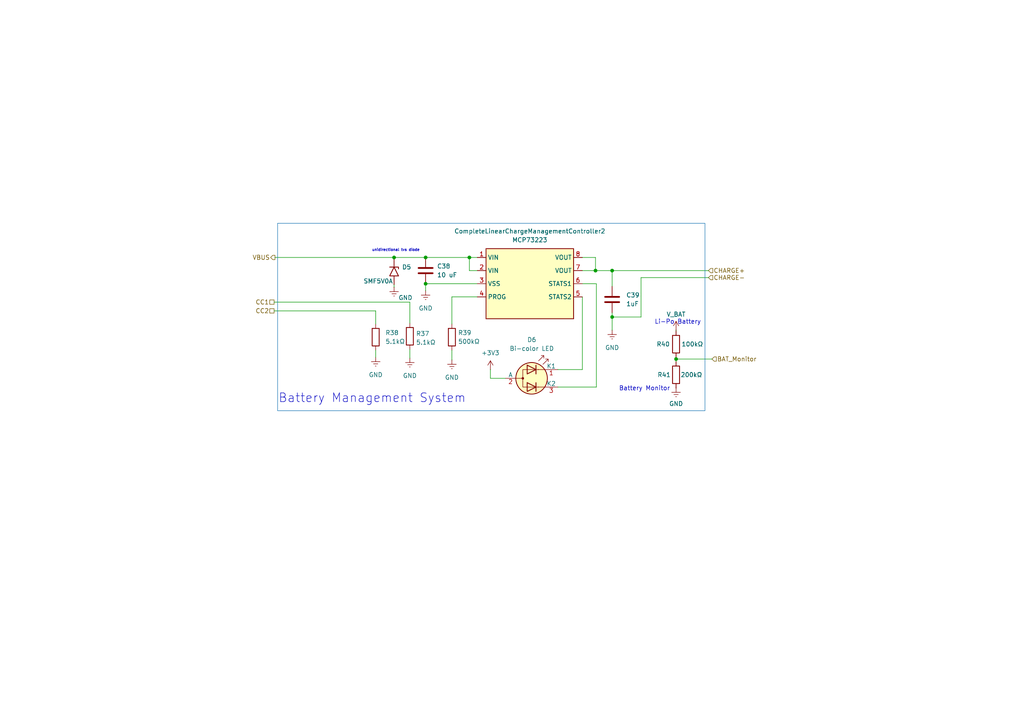
<source format=kicad_sch>
(kicad_sch
	(version 20250114)
	(generator "eeschema")
	(generator_version "9.0")
	(uuid "851e5aed-0c5a-4e88-b16c-a671625282e2")
	(paper "A4")
	
	(rectangle
		(start 80.518 64.77)
		(end 204.47 119.126)
		(stroke
			(width 0)
			(type solid)
			(color 33 122 182 1)
		)
		(fill
			(type none)
		)
		(uuid 8704cd92-f443-4e79-a041-008a7688c794)
	)
	(text "Battery Management System"
		(exclude_from_sim no)
		(at 107.95 115.57 0)
		(effects
			(font
				(size 2.54 2.54)
			)
		)
		(uuid "3d60230a-e814-4c26-86f8-4172fa174e42")
	)
	(text "unidirectional tvs diode"
		(exclude_from_sim no)
		(at 114.808 72.644 0)
		(effects
			(font
				(size 0.762 0.762)
			)
		)
		(uuid "54a5dadf-31c9-4f38-9938-5e36accbb12a")
	)
	(text "Battery Monitor"
		(exclude_from_sim no)
		(at 186.944 112.776 0)
		(effects
			(font
				(size 1.27 1.27)
			)
		)
		(uuid "6b656906-47ef-401b-9a0f-18f26ffda281")
	)
	(text "Li-Po Battery\n"
		(exclude_from_sim no)
		(at 196.596 93.472 0)
		(effects
			(font
				(size 1.27 1.27)
			)
		)
		(uuid "fff1504e-8a92-4150-b7b7-5ef1657c68c8")
	)
	(junction
		(at 123.444 82.296)
		(diameter 0)
		(color 0 0 0 0)
		(uuid "14d566f7-d433-4ac7-aa91-33cf9fbb27cb")
	)
	(junction
		(at 136.144 74.676)
		(diameter 0)
		(color 0 0 0 0)
		(uuid "306369e2-a8c0-4389-8672-f0240548a16e")
	)
	(junction
		(at 177.546 78.486)
		(diameter 0)
		(color 0 0 0 0)
		(uuid "4906696d-a939-45cc-bc3e-1b2f622270ec")
	)
	(junction
		(at 177.546 91.948)
		(diameter 0)
		(color 0 0 0 0)
		(uuid "7cd3222a-b999-401e-8710-38c1d43ab8f3")
	)
	(junction
		(at 123.444 74.676)
		(diameter 0)
		(color 0 0 0 0)
		(uuid "8d9e26f6-72ef-414f-b2c5-d191ddedcdb8")
	)
	(junction
		(at 114.3 74.676)
		(diameter 0)
		(color 0 0 0 0)
		(uuid "b202bcd2-57eb-42d0-89d3-29fabbb6ba51")
	)
	(junction
		(at 172.72 78.486)
		(diameter 0)
		(color 0 0 0 0)
		(uuid "c85b11ba-fe51-4679-b70d-47bd54dfe03a")
	)
	(junction
		(at 196.088 104.14)
		(diameter 0)
		(color 0 0 0 0)
		(uuid "d9381cd7-84c4-485b-b29c-ea0e91fee7bb")
	)
	(wire
		(pts
			(xy 185.928 80.518) (xy 185.928 91.948)
		)
		(stroke
			(width 0)
			(type default)
		)
		(uuid "04087303-aae0-42a5-bb4a-1bcdcdee497c")
	)
	(wire
		(pts
			(xy 168.91 74.676) (xy 172.72 74.676)
		)
		(stroke
			(width 0)
			(type default)
		)
		(uuid "08887813-bc42-4217-b472-0bddf2feb66f")
	)
	(wire
		(pts
			(xy 123.444 82.296) (xy 138.43 82.296)
		)
		(stroke
			(width 0)
			(type default)
		)
		(uuid "0de70c53-b9c9-4663-8e33-f78372cfd154")
	)
	(wire
		(pts
			(xy 196.088 103.632) (xy 196.088 104.14)
		)
		(stroke
			(width 0)
			(type default)
		)
		(uuid "109a5161-d87c-4750-8809-4cfde11b5962")
	)
	(wire
		(pts
			(xy 168.91 78.486) (xy 172.72 78.486)
		)
		(stroke
			(width 0)
			(type default)
		)
		(uuid "1109e019-87a6-4833-9819-90bf4b42f552")
	)
	(wire
		(pts
			(xy 118.872 87.63) (xy 118.872 93.726)
		)
		(stroke
			(width 0)
			(type default)
		)
		(uuid "15757e74-8f84-4d26-a1f9-ff8cab6448ff")
	)
	(wire
		(pts
			(xy 177.546 90.678) (xy 177.546 91.948)
		)
		(stroke
			(width 0)
			(type default)
		)
		(uuid "1751d791-49d4-4efe-8e30-42eb3f183245")
	)
	(wire
		(pts
			(xy 185.928 91.948) (xy 177.546 91.948)
		)
		(stroke
			(width 0)
			(type default)
		)
		(uuid "19e390b0-e44b-4634-bb6f-30cdd18f024e")
	)
	(wire
		(pts
			(xy 114.3 74.676) (xy 114.3 74.93)
		)
		(stroke
			(width 0)
			(type default)
		)
		(uuid "225b46ab-da15-46e7-90ca-789e0669b210")
	)
	(wire
		(pts
			(xy 172.974 82.296) (xy 172.974 112.268)
		)
		(stroke
			(width 0)
			(type default)
		)
		(uuid "2655a668-e691-458f-a4c7-f2958443d2c9")
	)
	(wire
		(pts
			(xy 177.546 78.486) (xy 205.486 78.486)
		)
		(stroke
			(width 0)
			(type default)
		)
		(uuid "328eaef3-471b-484d-bb79-4c0a03b6b533")
	)
	(wire
		(pts
			(xy 142.24 107.188) (xy 142.24 109.728)
		)
		(stroke
			(width 0)
			(type default)
		)
		(uuid "4b1921c4-e65e-406e-8d0a-274a137b2a54")
	)
	(wire
		(pts
			(xy 168.91 82.296) (xy 172.974 82.296)
		)
		(stroke
			(width 0)
			(type default)
		)
		(uuid "553ca810-516e-43e8-a8a3-83cc6afe1201")
	)
	(wire
		(pts
			(xy 114.3 83.312) (xy 114.3 82.55)
		)
		(stroke
			(width 0)
			(type default)
		)
		(uuid "5c43b31d-3c62-428b-92a1-cd2fae5f7acc")
	)
	(wire
		(pts
			(xy 161.798 112.268) (xy 172.974 112.268)
		)
		(stroke
			(width 0)
			(type default)
		)
		(uuid "62c80e7b-1d09-41b9-9662-f4539fb1a21d")
	)
	(wire
		(pts
			(xy 136.144 78.486) (xy 136.144 74.676)
		)
		(stroke
			(width 0)
			(type default)
		)
		(uuid "65a4363c-e32a-4dbd-9804-02968d081ecc")
	)
	(wire
		(pts
			(xy 196.088 104.14) (xy 196.088 104.902)
		)
		(stroke
			(width 0)
			(type default)
		)
		(uuid "672a9183-f81c-43e5-9261-c064b7ff87c7")
	)
	(wire
		(pts
			(xy 136.144 78.486) (xy 138.43 78.486)
		)
		(stroke
			(width 0)
			(type default)
		)
		(uuid "67930798-3f2e-480f-972b-a4761d30815f")
	)
	(wire
		(pts
			(xy 177.546 78.486) (xy 177.546 83.058)
		)
		(stroke
			(width 0)
			(type default)
		)
		(uuid "6d21f612-92b8-45b3-b181-421260784d48")
	)
	(wire
		(pts
			(xy 177.546 91.948) (xy 177.546 95.758)
		)
		(stroke
			(width 0)
			(type default)
		)
		(uuid "711e67d1-c378-46be-a996-82a27cb8564d")
	)
	(wire
		(pts
			(xy 172.72 78.486) (xy 177.546 78.486)
		)
		(stroke
			(width 0)
			(type default)
		)
		(uuid "717a9861-9d82-4902-9ef4-56b314a80a94")
	)
	(wire
		(pts
			(xy 206.502 104.14) (xy 196.088 104.14)
		)
		(stroke
			(width 0)
			(type default)
		)
		(uuid "7746fe0f-550d-463f-a0be-3b9259af797b")
	)
	(wire
		(pts
			(xy 79.502 90.17) (xy 108.966 90.17)
		)
		(stroke
			(width 0)
			(type default)
		)
		(uuid "78e83c00-da4e-4547-8379-b145c83e965f")
	)
	(wire
		(pts
			(xy 131.064 101.6) (xy 131.064 104.394)
		)
		(stroke
			(width 0)
			(type default)
		)
		(uuid "7915f54d-cd67-4adf-b439-92cf11fc1557")
	)
	(wire
		(pts
			(xy 108.966 90.17) (xy 108.966 93.98)
		)
		(stroke
			(width 0)
			(type default)
		)
		(uuid "853042d9-69a3-426a-9fa1-3a1280fe8b26")
	)
	(wire
		(pts
			(xy 123.444 82.296) (xy 123.444 84.328)
		)
		(stroke
			(width 0)
			(type default)
		)
		(uuid "85f491d9-2b05-401e-9c29-05d65e3c094f")
	)
	(wire
		(pts
			(xy 114.3 74.676) (xy 123.444 74.676)
		)
		(stroke
			(width 0)
			(type default)
		)
		(uuid "8a9114c1-693b-4020-a8bc-4218d5d3cca4")
	)
	(wire
		(pts
			(xy 138.43 86.106) (xy 131.064 86.106)
		)
		(stroke
			(width 0)
			(type default)
		)
		(uuid "8fe9858c-ba2f-4ab7-8bca-ff91b9269e6f")
	)
	(wire
		(pts
			(xy 142.24 109.728) (xy 146.558 109.728)
		)
		(stroke
			(width 0)
			(type default)
		)
		(uuid "9445f702-92a3-4ad2-aed8-05b5801feee6")
	)
	(wire
		(pts
			(xy 168.91 86.106) (xy 168.91 107.188)
		)
		(stroke
			(width 0)
			(type default)
		)
		(uuid "9454d986-db86-4155-9c0b-ee42382850d7")
	)
	(wire
		(pts
			(xy 161.798 107.188) (xy 168.91 107.188)
		)
		(stroke
			(width 0)
			(type default)
		)
		(uuid "a6061c33-2ccd-4fd7-85cd-0170a0f7e99e")
	)
	(wire
		(pts
			(xy 196.088 95.758) (xy 196.088 96.012)
		)
		(stroke
			(width 0)
			(type default)
		)
		(uuid "bdb0826e-4e1d-455a-ac3d-699462cc1208")
	)
	(wire
		(pts
			(xy 136.144 74.676) (xy 138.43 74.676)
		)
		(stroke
			(width 0)
			(type default)
		)
		(uuid "c1592456-b872-45ac-abb7-b1993a6d993e")
	)
	(wire
		(pts
			(xy 131.064 86.106) (xy 131.064 93.98)
		)
		(stroke
			(width 0)
			(type default)
		)
		(uuid "c5094d71-a0b8-458f-b4d0-a98f612c0b0f")
	)
	(wire
		(pts
			(xy 123.444 74.676) (xy 136.144 74.676)
		)
		(stroke
			(width 0)
			(type default)
		)
		(uuid "d0c93431-4ba9-4999-8db7-49e957c4a6bc")
	)
	(wire
		(pts
			(xy 79.502 87.63) (xy 118.872 87.63)
		)
		(stroke
			(width 0)
			(type default)
		)
		(uuid "d0d3c79f-0264-41fb-8426-6cd52915e9f8")
	)
	(wire
		(pts
			(xy 172.72 74.676) (xy 172.72 78.486)
		)
		(stroke
			(width 0)
			(type default)
		)
		(uuid "d570439d-50d6-4e2e-aab1-8df7b8d76acd")
	)
	(wire
		(pts
			(xy 79.756 74.676) (xy 114.3 74.676)
		)
		(stroke
			(width 0)
			(type default)
		)
		(uuid "d8898145-93a3-46ab-bac3-46ad8cc4af19")
	)
	(wire
		(pts
			(xy 205.486 80.518) (xy 185.928 80.518)
		)
		(stroke
			(width 0)
			(type default)
		)
		(uuid "df33d962-8dd8-4ac4-b3d5-dae7063ee913")
	)
	(wire
		(pts
			(xy 118.872 101.346) (xy 118.872 103.886)
		)
		(stroke
			(width 0)
			(type default)
		)
		(uuid "e0752b9a-abe1-46a8-aa28-b6d663ae8c3a")
	)
	(wire
		(pts
			(xy 108.966 101.6) (xy 108.966 103.632)
		)
		(stroke
			(width 0)
			(type default)
		)
		(uuid "ee788546-f83d-41c7-88a3-e093ee977d4a")
	)
	(hierarchical_label "CC2"
		(shape passive)
		(at 79.502 90.17 180)
		(effects
			(font
				(size 1.27 1.27)
			)
			(justify right)
		)
		(uuid "0d9340fe-3acd-4bef-bb23-b28ff1e85056")
	)
	(hierarchical_label "CHARGE-"
		(shape input)
		(at 205.486 80.518 0)
		(effects
			(font
				(size 1.27 1.27)
			)
			(justify left)
		)
		(uuid "23d0413d-0225-4453-9143-037658ec0b04")
	)
	(hierarchical_label "CC1"
		(shape passive)
		(at 79.502 87.63 180)
		(effects
			(font
				(size 1.27 1.27)
			)
			(justify right)
		)
		(uuid "2afe938b-1ee0-481e-ac3f-686de8d16083")
	)
	(hierarchical_label "VBUS"
		(shape output)
		(at 79.756 74.676 180)
		(effects
			(font
				(size 1.27 1.27)
			)
			(justify right)
		)
		(uuid "5edc7aea-b1f7-4a55-a007-8c085559967e")
	)
	(hierarchical_label "CHARGE+"
		(shape input)
		(at 205.486 78.486 0)
		(effects
			(font
				(size 1.27 1.27)
			)
			(justify left)
		)
		(uuid "89edcf97-26d6-4d71-b820-84a2e02bc041")
	)
	(hierarchical_label "BAT_Monitor"
		(shape input)
		(at 206.502 104.14 0)
		(effects
			(font
				(size 1.27 1.27)
			)
			(justify left)
		)
		(uuid "a6365e68-d0a2-4d56-8f8b-5fdafb367548")
	)
	(symbol
		(lib_id "power:GNDREF")
		(at 118.872 103.886 0)
		(unit 1)
		(exclude_from_sim no)
		(in_bom yes)
		(on_board yes)
		(dnp no)
		(fields_autoplaced yes)
		(uuid "0d5918b9-aa7b-40b1-8026-8620fe5b6dfe")
		(property "Reference" "#PWR098"
			(at 118.872 110.236 0)
			(effects
				(font
					(size 1.27 1.27)
				)
				(hide yes)
			)
		)
		(property "Value" "GND"
			(at 118.872 108.966 0)
			(effects
				(font
					(size 1.27 1.27)
				)
			)
		)
		(property "Footprint" ""
			(at 118.872 103.886 0)
			(effects
				(font
					(size 1.27 1.27)
				)
				(hide yes)
			)
		)
		(property "Datasheet" ""
			(at 118.872 103.886 0)
			(effects
				(font
					(size 1.27 1.27)
				)
				(hide yes)
			)
		)
		(property "Description" "Power symbol creates a global label with name \"GNDREF\" , reference supply ground"
			(at 118.872 103.886 0)
			(effects
				(font
					(size 1.27 1.27)
				)
				(hide yes)
			)
		)
		(pin "1"
			(uuid "61bad66c-7dcc-4768-9008-848d94ef6bdc")
		)
		(instances
			(project "Inoovatest"
				(path "/e09d161e-639f-4600-8aa9-665b6b461114/6ec3a5ee-e994-405e-b559-4ab4521fbf5e"
					(reference "#PWR098")
					(unit 1)
				)
			)
		)
	)
	(symbol
		(lib_id "Device:R")
		(at 118.872 97.536 0)
		(unit 1)
		(exclude_from_sim no)
		(in_bom yes)
		(on_board yes)
		(dnp no)
		(uuid "0e611e68-1cca-4f46-ae58-7cebc629b23c")
		(property "Reference" "R37"
			(at 120.65 96.774 0)
			(effects
				(font
					(size 1.27 1.27)
				)
				(justify left)
			)
		)
		(property "Value" "5.1kΩ"
			(at 120.65 99.314 0)
			(effects
				(font
					(size 1.27 1.27)
				)
				(justify left)
			)
		)
		(property "Footprint" ""
			(at 117.094 97.536 90)
			(effects
				(font
					(size 1.27 1.27)
				)
				(hide yes)
			)
		)
		(property "Datasheet" "~"
			(at 118.872 97.536 0)
			(effects
				(font
					(size 1.27 1.27)
				)
				(hide yes)
			)
		)
		(property "Description" "Resistor"
			(at 118.872 97.536 0)
			(effects
				(font
					(size 1.27 1.27)
				)
				(hide yes)
			)
		)
		(pin "1"
			(uuid "96db3be0-5ec7-469d-bfff-25be56fbce7d")
		)
		(pin "2"
			(uuid "676cd532-7ea0-42db-aa68-b2e277941d1a")
		)
		(instances
			(project "Inoovatest"
				(path "/e09d161e-639f-4600-8aa9-665b6b461114/6ec3a5ee-e994-405e-b559-4ab4521fbf5e"
					(reference "R37")
					(unit 1)
				)
			)
		)
	)
	(symbol
		(lib_id "Device:R")
		(at 196.088 108.712 0)
		(mirror y)
		(unit 1)
		(exclude_from_sim no)
		(in_bom yes)
		(on_board yes)
		(dnp no)
		(uuid "172dbfa5-2c10-4318-af0a-8adf20105e37")
		(property "Reference" "R41"
			(at 194.564 108.712 0)
			(effects
				(font
					(size 1.27 1.27)
				)
				(justify left)
			)
		)
		(property "Value" "200kΩ"
			(at 203.708 108.712 0)
			(effects
				(font
					(size 1.27 1.27)
				)
				(justify left)
			)
		)
		(property "Footprint" ""
			(at 197.866 108.712 90)
			(effects
				(font
					(size 1.27 1.27)
				)
				(hide yes)
			)
		)
		(property "Datasheet" "~"
			(at 196.088 108.712 0)
			(effects
				(font
					(size 1.27 1.27)
				)
				(hide yes)
			)
		)
		(property "Description" "Resistor"
			(at 196.088 108.712 0)
			(effects
				(font
					(size 1.27 1.27)
				)
				(hide yes)
			)
		)
		(pin "2"
			(uuid "13e4699f-7212-4564-a70d-674540c8cc11")
		)
		(pin "1"
			(uuid "244500e8-1ed5-4385-9aa3-0b4a16ff4520")
		)
		(instances
			(project "Inoovatest"
				(path "/e09d161e-639f-4600-8aa9-665b6b461114/6ec3a5ee-e994-405e-b559-4ab4521fbf5e"
					(reference "R41")
					(unit 1)
				)
			)
		)
	)
	(symbol
		(lib_id "power:GNDREF")
		(at 131.064 104.394 0)
		(unit 1)
		(exclude_from_sim no)
		(in_bom yes)
		(on_board yes)
		(dnp no)
		(fields_autoplaced yes)
		(uuid "1a5de973-5373-4628-a4f8-2e912f509511")
		(property "Reference" "#PWR099"
			(at 131.064 110.744 0)
			(effects
				(font
					(size 1.27 1.27)
				)
				(hide yes)
			)
		)
		(property "Value" "GND"
			(at 131.064 109.474 0)
			(effects
				(font
					(size 1.27 1.27)
				)
			)
		)
		(property "Footprint" ""
			(at 131.064 104.394 0)
			(effects
				(font
					(size 1.27 1.27)
				)
				(hide yes)
			)
		)
		(property "Datasheet" ""
			(at 131.064 104.394 0)
			(effects
				(font
					(size 1.27 1.27)
				)
				(hide yes)
			)
		)
		(property "Description" "Power symbol creates a global label with name \"GNDREF\" , reference supply ground"
			(at 131.064 104.394 0)
			(effects
				(font
					(size 1.27 1.27)
				)
				(hide yes)
			)
		)
		(pin "1"
			(uuid "db0e900d-7571-4112-bce0-164a7fd70a35")
		)
		(instances
			(project "Inoovatest"
				(path "/e09d161e-639f-4600-8aa9-665b6b461114/6ec3a5ee-e994-405e-b559-4ab4521fbf5e"
					(reference "#PWR099")
					(unit 1)
				)
			)
		)
	)
	(symbol
		(lib_id "power:GNDREF")
		(at 177.546 95.758 0)
		(unit 1)
		(exclude_from_sim no)
		(in_bom yes)
		(on_board yes)
		(dnp no)
		(uuid "1f0d226c-42b1-4eaa-9a1a-847674560d4f")
		(property "Reference" "#PWR094"
			(at 177.546 102.108 0)
			(effects
				(font
					(size 1.27 1.27)
				)
				(hide yes)
			)
		)
		(property "Value" "GND"
			(at 177.546 100.838 0)
			(effects
				(font
					(size 1.27 1.27)
				)
			)
		)
		(property "Footprint" ""
			(at 177.546 95.758 0)
			(effects
				(font
					(size 1.27 1.27)
				)
				(hide yes)
			)
		)
		(property "Datasheet" ""
			(at 177.546 95.758 0)
			(effects
				(font
					(size 1.27 1.27)
				)
				(hide yes)
			)
		)
		(property "Description" "Power symbol creates a global label with name \"GNDREF\" , reference supply ground"
			(at 177.546 95.758 0)
			(effects
				(font
					(size 1.27 1.27)
				)
				(hide yes)
			)
		)
		(pin "1"
			(uuid "c7280c56-89af-46a8-a756-81b5c735facd")
		)
		(instances
			(project "Inoovatest"
				(path "/e09d161e-639f-4600-8aa9-665b6b461114/6ec3a5ee-e994-405e-b559-4ab4521fbf5e"
					(reference "#PWR094")
					(unit 1)
				)
			)
		)
	)
	(symbol
		(lib_id "Device:C")
		(at 177.546 86.868 0)
		(unit 1)
		(exclude_from_sim no)
		(in_bom yes)
		(on_board yes)
		(dnp no)
		(fields_autoplaced yes)
		(uuid "25cc8d0b-2488-4ea6-8d3a-629a5dba46f1")
		(property "Reference" "C39"
			(at 181.61 85.5979 0)
			(effects
				(font
					(size 1.27 1.27)
				)
				(justify left)
			)
		)
		(property "Value" "1uF"
			(at 181.61 88.1379 0)
			(effects
				(font
					(size 1.27 1.27)
				)
				(justify left)
			)
		)
		(property "Footprint" ""
			(at 178.5112 90.678 0)
			(effects
				(font
					(size 1.27 1.27)
				)
				(hide yes)
			)
		)
		(property "Datasheet" "~"
			(at 177.546 86.868 0)
			(effects
				(font
					(size 1.27 1.27)
				)
				(hide yes)
			)
		)
		(property "Description" "Unpolarized capacitor"
			(at 177.546 86.868 0)
			(effects
				(font
					(size 1.27 1.27)
				)
				(hide yes)
			)
		)
		(pin "1"
			(uuid "74b1c6c1-6859-47f3-89ea-e577855d9f95")
		)
		(pin "2"
			(uuid "2b0c1698-301c-426c-9084-cadde8fd72f0")
		)
		(instances
			(project "Inoovatest"
				(path "/e09d161e-639f-4600-8aa9-665b6b461114/6ec3a5ee-e994-405e-b559-4ab4521fbf5e"
					(reference "C39")
					(unit 1)
				)
			)
		)
	)
	(symbol
		(lib_id "Battery_Management:LGS5500EP")
		(at 153.67 82.296 0)
		(unit 1)
		(exclude_from_sim no)
		(in_bom yes)
		(on_board yes)
		(dnp no)
		(fields_autoplaced yes)
		(uuid "28bfdb9f-0d7f-4399-8542-f8af43b28ce5")
		(property "Reference" "CompleteLinearChargeManagementController2"
			(at 153.67 67.056 0)
			(effects
				(font
					(size 1.27 1.27)
				)
			)
		)
		(property "Value" "MCP73223"
			(at 153.67 69.596 0)
			(effects
				(font
					(size 1.27 1.27)
				)
			)
		)
		(property "Footprint" "Package_SO:SOIC-8-1EP_3.9x4.9mm_P1.27mm_EP2.41x3.3mm"
			(at 153.416 112.268 0)
			(effects
				(font
					(size 1.27 1.27)
				)
				(hide yes)
			)
		)
		(property "Datasheet" "https://www.lcsc.com/datasheet/lcsc_datasheet_2304071430_Legend-Si-LGS5500EP_C5280699.pdf"
			(at 153.924 107.95 0)
			(effects
				(font
					(size 1.27 1.27)
				)
				(hide yes)
			)
		)
		(property "Description" "LiPo charger and 5V boost converter, 4.5-5.5V input, 4.2-4.4V battery, 400-1000mA charge current, 800mA boost output, SOIC-8-1EP"
			(at 153.67 110.236 0)
			(effects
				(font
					(size 1.27 1.27)
				)
				(hide yes)
			)
		)
		(pin "5"
			(uuid "2a76df80-7695-42cf-b74b-0bd9698029cb")
		)
		(pin "4"
			(uuid "0f9accc2-d8f8-4e71-a7a2-1fbf57bb39a9")
		)
		(pin "3"
			(uuid "f6320e05-5ecd-4b2d-9036-fabeac5a5f19")
		)
		(pin "7"
			(uuid "1e104d5a-2e3f-4b63-b3e4-f2f388948c12")
		)
		(pin "1"
			(uuid "f39b25fd-9370-44e7-ba32-274613cdd7d2")
		)
		(pin "6"
			(uuid "fed47702-5471-4507-943a-4789993a0442")
		)
		(pin "6"
			(uuid "57975d3a-42fb-4656-8467-8349ccb6133c")
		)
		(pin "2"
			(uuid "c4944fe3-ff73-4ecc-825f-674ca2798b1a")
		)
		(pin "8"
			(uuid "1ce93b34-cef1-4184-94ac-ed553becd3af")
		)
		(instances
			(project "Inoovatest"
				(path "/e09d161e-639f-4600-8aa9-665b6b461114/6ec3a5ee-e994-405e-b559-4ab4521fbf5e"
					(reference "CompleteLinearChargeManagementController2")
					(unit 1)
				)
			)
		)
	)
	(symbol
		(lib_id "power:GNDREF")
		(at 108.966 103.632 0)
		(unit 1)
		(exclude_from_sim no)
		(in_bom yes)
		(on_board yes)
		(dnp no)
		(fields_autoplaced yes)
		(uuid "2b8b2c08-3dfc-48b3-b306-2136cbb122e2")
		(property "Reference" "#PWR097"
			(at 108.966 109.982 0)
			(effects
				(font
					(size 1.27 1.27)
				)
				(hide yes)
			)
		)
		(property "Value" "GND"
			(at 108.966 108.712 0)
			(effects
				(font
					(size 1.27 1.27)
				)
			)
		)
		(property "Footprint" ""
			(at 108.966 103.632 0)
			(effects
				(font
					(size 1.27 1.27)
				)
				(hide yes)
			)
		)
		(property "Datasheet" ""
			(at 108.966 103.632 0)
			(effects
				(font
					(size 1.27 1.27)
				)
				(hide yes)
			)
		)
		(property "Description" "Power symbol creates a global label with name \"GNDREF\" , reference supply ground"
			(at 108.966 103.632 0)
			(effects
				(font
					(size 1.27 1.27)
				)
				(hide yes)
			)
		)
		(pin "1"
			(uuid "da00e784-db1f-4ad1-b1d8-e22445b01f3e")
		)
		(instances
			(project "Inoovatest"
				(path "/e09d161e-639f-4600-8aa9-665b6b461114/6ec3a5ee-e994-405e-b559-4ab4521fbf5e"
					(reference "#PWR097")
					(unit 1)
				)
			)
		)
	)
	(symbol
		(lib_id "power:VCC")
		(at 196.088 95.758 0)
		(mirror y)
		(unit 1)
		(exclude_from_sim no)
		(in_bom yes)
		(on_board yes)
		(dnp no)
		(fields_autoplaced yes)
		(uuid "45ff9e80-021d-4510-8959-95e1f3770752")
		(property "Reference" "#PWR095"
			(at 196.088 99.568 0)
			(effects
				(font
					(size 1.27 1.27)
				)
				(hide yes)
			)
		)
		(property "Value" "V_BAT"
			(at 196.088 91.186 0)
			(effects
				(font
					(size 1.27 1.27)
				)
			)
		)
		(property "Footprint" ""
			(at 196.088 95.758 0)
			(effects
				(font
					(size 1.27 1.27)
				)
				(hide yes)
			)
		)
		(property "Datasheet" ""
			(at 196.088 95.758 0)
			(effects
				(font
					(size 1.27 1.27)
				)
				(hide yes)
			)
		)
		(property "Description" "Power symbol creates a global label with name \"VCC\""
			(at 196.088 95.758 0)
			(effects
				(font
					(size 1.27 1.27)
				)
				(hide yes)
			)
		)
		(pin "1"
			(uuid "ee6a6cfd-e73b-4be5-a123-35d3d2a0c384")
		)
		(instances
			(project "Inoovatest"
				(path "/e09d161e-639f-4600-8aa9-665b6b461114/6ec3a5ee-e994-405e-b559-4ab4521fbf5e"
					(reference "#PWR095")
					(unit 1)
				)
			)
		)
	)
	(symbol
		(lib_id "Diode:SMF5V0A")
		(at 114.3 78.74 270)
		(unit 1)
		(exclude_from_sim no)
		(in_bom yes)
		(on_board yes)
		(dnp no)
		(uuid "4c2afc26-a5bc-4b96-88c1-b6febe32945e")
		(property "Reference" "D5"
			(at 116.586 77.4699 90)
			(effects
				(font
					(size 1.27 1.27)
				)
				(justify left)
			)
		)
		(property "Value" "SMF5V0A"
			(at 105.41 81.534 90)
			(effects
				(font
					(size 1.27 1.27)
				)
				(justify left)
			)
		)
		(property "Footprint" "Diode_SMD:D_SMF"
			(at 109.22 78.74 0)
			(effects
				(font
					(size 1.27 1.27)
				)
				(hide yes)
			)
		)
		(property "Datasheet" "https://www.vishay.com/doc?85881"
			(at 114.3 77.47 0)
			(effects
				(font
					(size 1.27 1.27)
				)
				(hide yes)
			)
		)
		(property "Description" "200W unidirectional Transil Transient Voltage Suppressor, 5Vrwm, SMF"
			(at 114.3 78.74 0)
			(effects
				(font
					(size 1.27 1.27)
				)
				(hide yes)
			)
		)
		(pin "2"
			(uuid "289b2438-3c4c-4d05-bdf5-f6fd1fbe4a08")
		)
		(pin "1"
			(uuid "befa472c-1e42-4927-9039-bdbff8446435")
		)
		(instances
			(project "Inoovatest"
				(path "/e09d161e-639f-4600-8aa9-665b6b461114/6ec3a5ee-e994-405e-b559-4ab4521fbf5e"
					(reference "D5")
					(unit 1)
				)
			)
		)
	)
	(symbol
		(lib_id "power:GNDREF")
		(at 123.444 84.328 0)
		(unit 1)
		(exclude_from_sim no)
		(in_bom yes)
		(on_board yes)
		(dnp no)
		(fields_autoplaced yes)
		(uuid "555345a6-2e14-4f7a-8cc3-42a20ba58cd3")
		(property "Reference" "#PWR093"
			(at 123.444 90.678 0)
			(effects
				(font
					(size 1.27 1.27)
				)
				(hide yes)
			)
		)
		(property "Value" "GND"
			(at 123.444 89.408 0)
			(effects
				(font
					(size 1.27 1.27)
				)
			)
		)
		(property "Footprint" ""
			(at 123.444 84.328 0)
			(effects
				(font
					(size 1.27 1.27)
				)
				(hide yes)
			)
		)
		(property "Datasheet" ""
			(at 123.444 84.328 0)
			(effects
				(font
					(size 1.27 1.27)
				)
				(hide yes)
			)
		)
		(property "Description" "Power symbol creates a global label with name \"GNDREF\" , reference supply ground"
			(at 123.444 84.328 0)
			(effects
				(font
					(size 1.27 1.27)
				)
				(hide yes)
			)
		)
		(pin "1"
			(uuid "893e47fe-0645-4409-9135-bb13d3ca6cca")
		)
		(instances
			(project "Inoovatest"
				(path "/e09d161e-639f-4600-8aa9-665b6b461114/6ec3a5ee-e994-405e-b559-4ab4521fbf5e"
					(reference "#PWR093")
					(unit 1)
				)
			)
		)
	)
	(symbol
		(lib_id "Device:LED_Dual_KAK")
		(at 154.178 109.728 0)
		(unit 1)
		(exclude_from_sim no)
		(in_bom yes)
		(on_board yes)
		(dnp no)
		(fields_autoplaced yes)
		(uuid "569e6c77-32f7-4a75-af19-19d349a3dd71")
		(property "Reference" "D6"
			(at 154.2415 98.552 0)
			(effects
				(font
					(size 1.27 1.27)
				)
			)
		)
		(property "Value" "Bi-color LED"
			(at 154.2415 101.092 0)
			(effects
				(font
					(size 1.27 1.27)
				)
			)
		)
		(property "Footprint" ""
			(at 155.448 109.728 0)
			(effects
				(font
					(size 1.27 1.27)
				)
				(hide yes)
			)
		)
		(property "Datasheet" "~"
			(at 155.448 109.728 0)
			(effects
				(font
					(size 1.27 1.27)
				)
				(hide yes)
			)
		)
		(property "Description" "Dual LED, common anode on pin 2"
			(at 154.178 109.728 0)
			(effects
				(font
					(size 1.27 1.27)
				)
				(hide yes)
			)
		)
		(pin "2"
			(uuid "3f964030-c5c7-4811-9575-2960d526d2f9")
		)
		(pin "1"
			(uuid "83f9668b-61eb-49e1-af27-c05c168461db")
		)
		(pin "3"
			(uuid "0c37c6ce-f6eb-4b0b-bd70-068d7519082e")
		)
		(instances
			(project "Inoovatest"
				(path "/e09d161e-639f-4600-8aa9-665b6b461114/6ec3a5ee-e994-405e-b559-4ab4521fbf5e"
					(reference "D6")
					(unit 1)
				)
			)
		)
	)
	(symbol
		(lib_id "Device:R")
		(at 196.088 99.822 0)
		(mirror y)
		(unit 1)
		(exclude_from_sim no)
		(in_bom yes)
		(on_board yes)
		(dnp no)
		(uuid "6ad7da34-d601-463a-b267-61bcf6253881")
		(property "Reference" "R40"
			(at 194.31 99.822 0)
			(effects
				(font
					(size 1.27 1.27)
				)
				(justify left)
			)
		)
		(property "Value" "100kΩ"
			(at 203.962 99.822 0)
			(effects
				(font
					(size 1.27 1.27)
				)
				(justify left)
			)
		)
		(property "Footprint" ""
			(at 197.866 99.822 90)
			(effects
				(font
					(size 1.27 1.27)
				)
				(hide yes)
			)
		)
		(property "Datasheet" "~"
			(at 196.088 99.822 0)
			(effects
				(font
					(size 1.27 1.27)
				)
				(hide yes)
			)
		)
		(property "Description" "Resistor"
			(at 196.088 99.822 0)
			(effects
				(font
					(size 1.27 1.27)
				)
				(hide yes)
			)
		)
		(pin "1"
			(uuid "a2c6d20a-c9de-4783-950c-8d4f2057b0d6")
		)
		(pin "2"
			(uuid "21f504a9-2349-419a-8d3b-7f96b13251ab")
		)
		(instances
			(project "Inoovatest"
				(path "/e09d161e-639f-4600-8aa9-665b6b461114/6ec3a5ee-e994-405e-b559-4ab4521fbf5e"
					(reference "R40")
					(unit 1)
				)
			)
		)
	)
	(symbol
		(lib_id "power:GNDREF")
		(at 196.088 112.522 0)
		(mirror y)
		(unit 1)
		(exclude_from_sim no)
		(in_bom yes)
		(on_board yes)
		(dnp no)
		(uuid "6e516be7-8db5-407a-8d1e-e3417764e2f7")
		(property "Reference" "#PWR0172"
			(at 196.088 118.872 0)
			(effects
				(font
					(size 1.27 1.27)
				)
				(hide yes)
			)
		)
		(property "Value" "GND"
			(at 196.088 117.094 0)
			(effects
				(font
					(size 1.27 1.27)
				)
			)
		)
		(property "Footprint" ""
			(at 196.088 112.522 0)
			(effects
				(font
					(size 1.27 1.27)
				)
				(hide yes)
			)
		)
		(property "Datasheet" ""
			(at 196.088 112.522 0)
			(effects
				(font
					(size 1.27 1.27)
				)
				(hide yes)
			)
		)
		(property "Description" "Power symbol creates a global label with name \"GNDREF\" , reference supply ground"
			(at 196.088 112.522 0)
			(effects
				(font
					(size 1.27 1.27)
				)
				(hide yes)
			)
		)
		(pin "1"
			(uuid "c31f543c-f416-4959-a671-b0672744545b")
		)
		(instances
			(project "Inoovatest"
				(path "/e09d161e-639f-4600-8aa9-665b6b461114/6ec3a5ee-e994-405e-b559-4ab4521fbf5e"
					(reference "#PWR0172")
					(unit 1)
				)
			)
		)
	)
	(symbol
		(lib_id "Device:R")
		(at 108.966 97.79 0)
		(unit 1)
		(exclude_from_sim no)
		(in_bom yes)
		(on_board yes)
		(dnp no)
		(fields_autoplaced yes)
		(uuid "8c910138-194c-42e9-a441-885a23346f98")
		(property "Reference" "R38"
			(at 111.76 96.5199 0)
			(effects
				(font
					(size 1.27 1.27)
				)
				(justify left)
			)
		)
		(property "Value" "5.1kΩ"
			(at 111.76 99.0599 0)
			(effects
				(font
					(size 1.27 1.27)
				)
				(justify left)
			)
		)
		(property "Footprint" ""
			(at 107.188 97.79 90)
			(effects
				(font
					(size 1.27 1.27)
				)
				(hide yes)
			)
		)
		(property "Datasheet" "~"
			(at 108.966 97.79 0)
			(effects
				(font
					(size 1.27 1.27)
				)
				(hide yes)
			)
		)
		(property "Description" "Resistor"
			(at 108.966 97.79 0)
			(effects
				(font
					(size 1.27 1.27)
				)
				(hide yes)
			)
		)
		(pin "1"
			(uuid "9febf8d9-dac5-4cd4-bd87-b25469d11ad5")
		)
		(pin "2"
			(uuid "4980eabe-21bc-47f9-9e12-d92a0e934f23")
		)
		(instances
			(project "Inoovatest"
				(path "/e09d161e-639f-4600-8aa9-665b6b461114/6ec3a5ee-e994-405e-b559-4ab4521fbf5e"
					(reference "R38")
					(unit 1)
				)
			)
		)
	)
	(symbol
		(lib_id "Device:C")
		(at 123.444 78.486 0)
		(unit 1)
		(exclude_from_sim no)
		(in_bom yes)
		(on_board yes)
		(dnp no)
		(fields_autoplaced yes)
		(uuid "94fc22a8-9f45-4a34-ba2f-5f8ad5cb99bf")
		(property "Reference" "C38"
			(at 126.746 77.2159 0)
			(effects
				(font
					(size 1.27 1.27)
				)
				(justify left)
			)
		)
		(property "Value" "10 uF"
			(at 126.746 79.7559 0)
			(effects
				(font
					(size 1.27 1.27)
				)
				(justify left)
			)
		)
		(property "Footprint" ""
			(at 124.4092 82.296 0)
			(effects
				(font
					(size 1.27 1.27)
				)
				(hide yes)
			)
		)
		(property "Datasheet" "~"
			(at 123.444 78.486 0)
			(effects
				(font
					(size 1.27 1.27)
				)
				(hide yes)
			)
		)
		(property "Description" "Unpolarized capacitor"
			(at 123.444 78.486 0)
			(effects
				(font
					(size 1.27 1.27)
				)
				(hide yes)
			)
		)
		(pin "1"
			(uuid "8ba482d7-b29e-4714-9440-bd2b3402d173")
		)
		(pin "2"
			(uuid "9c0febce-43ff-4aa3-b288-03ffdca23571")
		)
		(instances
			(project "Inoovatest"
				(path "/e09d161e-639f-4600-8aa9-665b6b461114/6ec3a5ee-e994-405e-b559-4ab4521fbf5e"
					(reference "C38")
					(unit 1)
				)
			)
		)
	)
	(symbol
		(lib_id "power:VCC")
		(at 142.24 107.188 0)
		(unit 1)
		(exclude_from_sim no)
		(in_bom yes)
		(on_board yes)
		(dnp no)
		(fields_autoplaced yes)
		(uuid "a0cb8a65-1b52-4ae9-a0f3-80ee744e8f74")
		(property "Reference" "#PWR0100"
			(at 142.24 110.998 0)
			(effects
				(font
					(size 1.27 1.27)
				)
				(hide yes)
			)
		)
		(property "Value" "+3V3"
			(at 142.24 102.362 0)
			(effects
				(font
					(size 1.27 1.27)
				)
			)
		)
		(property "Footprint" ""
			(at 142.24 107.188 0)
			(effects
				(font
					(size 1.27 1.27)
				)
				(hide yes)
			)
		)
		(property "Datasheet" ""
			(at 142.24 107.188 0)
			(effects
				(font
					(size 1.27 1.27)
				)
				(hide yes)
			)
		)
		(property "Description" "Power symbol creates a global label with name \"VCC\""
			(at 142.24 107.188 0)
			(effects
				(font
					(size 1.27 1.27)
				)
				(hide yes)
			)
		)
		(pin "1"
			(uuid "5a1bab40-053c-485b-8263-105b645ae715")
		)
		(instances
			(project "Inoovatest"
				(path "/e09d161e-639f-4600-8aa9-665b6b461114/6ec3a5ee-e994-405e-b559-4ab4521fbf5e"
					(reference "#PWR0100")
					(unit 1)
				)
			)
		)
	)
	(symbol
		(lib_id "Device:R")
		(at 131.064 97.79 0)
		(unit 1)
		(exclude_from_sim no)
		(in_bom yes)
		(on_board yes)
		(dnp no)
		(fields_autoplaced yes)
		(uuid "b28e6df8-30dd-4cf1-ae87-7d8bb9944cd7")
		(property "Reference" "R39"
			(at 132.842 96.5199 0)
			(effects
				(font
					(size 1.27 1.27)
				)
				(justify left)
			)
		)
		(property "Value" "500kΩ"
			(at 132.842 99.0599 0)
			(effects
				(font
					(size 1.27 1.27)
				)
				(justify left)
			)
		)
		(property "Footprint" ""
			(at 129.286 97.79 90)
			(effects
				(font
					(size 1.27 1.27)
				)
				(hide yes)
			)
		)
		(property "Datasheet" "~"
			(at 131.064 97.79 0)
			(effects
				(font
					(size 1.27 1.27)
				)
				(hide yes)
			)
		)
		(property "Description" "Resistor"
			(at 131.064 97.79 0)
			(effects
				(font
					(size 1.27 1.27)
				)
				(hide yes)
			)
		)
		(pin "1"
			(uuid "aba54b76-d4e6-435b-ad11-d7efb7bbe718")
		)
		(pin "2"
			(uuid "a5eec516-e03c-43a3-bbd3-3c41f8ed2cf5")
		)
		(instances
			(project "Inoovatest"
				(path "/e09d161e-639f-4600-8aa9-665b6b461114/6ec3a5ee-e994-405e-b559-4ab4521fbf5e"
					(reference "R39")
					(unit 1)
				)
			)
		)
	)
	(symbol
		(lib_id "power:GNDREF")
		(at 114.3 83.312 0)
		(unit 1)
		(exclude_from_sim no)
		(in_bom yes)
		(on_board yes)
		(dnp no)
		(uuid "bdc9bb93-edd9-4134-bd3b-c8ef7d8ba43c")
		(property "Reference" "#PWR092"
			(at 114.3 89.662 0)
			(effects
				(font
					(size 1.27 1.27)
				)
				(hide yes)
			)
		)
		(property "Value" "GND"
			(at 117.602 86.36 0)
			(effects
				(font
					(size 1.27 1.27)
				)
			)
		)
		(property "Footprint" ""
			(at 114.3 83.312 0)
			(effects
				(font
					(size 1.27 1.27)
				)
				(hide yes)
			)
		)
		(property "Datasheet" ""
			(at 114.3 83.312 0)
			(effects
				(font
					(size 1.27 1.27)
				)
				(hide yes)
			)
		)
		(property "Description" "Power symbol creates a global label with name \"GNDREF\" , reference supply ground"
			(at 114.3 83.312 0)
			(effects
				(font
					(size 1.27 1.27)
				)
				(hide yes)
			)
		)
		(pin "1"
			(uuid "8a7ad95a-4923-40bf-9679-5984c2fcb719")
		)
		(instances
			(project "Inoovatest"
				(path "/e09d161e-639f-4600-8aa9-665b6b461114/6ec3a5ee-e994-405e-b559-4ab4521fbf5e"
					(reference "#PWR092")
					(unit 1)
				)
			)
		)
	)
)
3e57-499c-99d0-1a494ee50d88")
		(property "Reference" "#PWR096"
			(at 93.726 109.728 0)
			(effects
				(font
					(size 1.27 1.27)
				)
				(hide yes)
			)
		)
		(property "Value" "GND"
			(at 93.726 107.95 0)
			(effects
				(font
					(size 1.27 1.27)
				)
			)
		)
		(property "Footprint" ""
			(at 93.726 103.378 0)
			(effects
				(font
					(size 1.27 1.27)
				)
				(hide yes)
			)
		)
		(property "Datasheet" ""
			(at 93.726 103.378 0)
			(effects
				(font
					(size 1.27 1.27)
				)
				(hide yes)
			)
		)
		(property "Description" "Power symbol creates a global label with name \"GNDREF\" , reference supply ground"
			(at 93.726 103.378 0)
			(effects
				(font
					(size 1.27 1.27)
				)
				(hide yes)
			)
		)
		(pin "1"
			(uuid "a0c6fced-6e4e-4356-8d52-6ebc34168f6a")
		)
		(instances
			(project "Inoovatest"
				(path "/e09d161e-639f-4600-8aa9-665b6b461114/6ec3a5ee-e994-405e-b559-4ab4521fbf5e"
					(reference "#PWR096")
					(unit 1)
				)
			)
		)
	)
	(symbol
		(lib_id "power:GNDREF")
		(at 196.088 112.522 0)
		(mirror y)
		(unit 1)
		(exclude_from_sim no)
		(in_bom yes)
		(on_board yes)
		(dnp no)
		(uuid "6e516be7-8db5-407a-8d1e-e3417764e2f7")
		(property "Reference" "#PWR0172"
			(at 196.088 118.872 0)
			(effects
				(font
					(size 1.27 1.27)
				)
				(hide yes)
			)
		)
		(property "Value" "GND"
			(at 196.088 117.094 0)
			(effects
				(font
					(size 1.27 1.27)
				)
			)
		)
		(property "Footprint" ""
			(at 196.088 112.522 0)
			(effects
				(font
					(size 1.27 1.27)
				)
				(hide yes)
			)
		)
		(property "Datasheet" ""
			(at 196.088 112.522 0)
			(effects
				(font
					(size 1.27 1.27)
				)
				(hide yes)
			)
		)
		(property "Description" "Power symbol creates a global label with name \"GNDREF\" , reference supply ground"
			(at 196.088 112.522 0)
			(effects
				(font
					(size 1.27 1.27)
				)
				(hide yes)
			)
		)
		(pin "1"
			(uuid "c31f543c-f416-4959-a671-b0672744545b")
		)
		(instances
			(project "Inoovatest"
				(path "/e09d161e-639f-4600-8aa9-665b6b461114/6ec3a5ee-e994-405e-b559-4ab4521fbf5e"
					(reference "#PWR0172")
					(unit 1)
				)
			)
		)
	)
	(symbol
		(lib_id "Connector:USB_C_Receptacle_PowerOnly_6P")
		(at 93.726 82.296 0)
		(unit 1)
		(exclude_from_sim no)
		(in_bom yes)
		(on_board yes)
		(dnp no)
		(uuid "88322052-ac48-4fa5-8b61-dd4edb41544a")
		(property "Reference" "J4"
			(at 93.726 65.786 0)
			(effects
				(font
					(size 1.27 1.27)
				)
			)
		)
		(property "Value" "USB_C Charging port"
			(at 93.472 67.818 0)
			(effects
				(font
					(size 1.27 1.27)
				)
			)
		)
		(property "Footprint" ""
			(at 97.536 79.756 0)
			(effects
				(font
					(size 1.27 1.27)
				)
				(hide yes)
			)
		)
		(property "Datasheet" "https://www.usb.org/sites/default/files/documents/usb_type-c.zip"
			(at 93.726 82.296 0)
			(effects
				(font
					(size 1.27 1.27)
				)
				(hide yes)
			)
		)
		(property "Description" "USB Power-Only 6P Type-C Receptacle connector"
			(at 93.726 82.296 0)
			(effects
				(font
					(size 1.27 1.27)
				)
				(hide yes)
			)
		)
		(pin "B12"
			(uuid "2fa1c543-a24a-4d09-8eb4-7014d74ab9e3")
		)
		(pin "S1"
			(uuid "c939459f-28e6-4824-9358-96ccc5f7b372")
		)
		(pin "B5"
			(uuid "90bbca85-7c31-4bb0-90b1-9bfae320ba1b")
		)
		(pin "A5"
			(uuid "0ded1736-6d64-42cb-872f-13d37585dc05")
		)
		(pin "A12"
			(uuid "02e215f6-ab10-4db7-8ce3-6fa784c25c13")
		)
		(pin "B9"
			(uuid "35db01d5-46eb-4f86-a04e-c2da38d6db34")
		)
		(pin "A9"
			(uuid "d021c945-6a77-4448-b768-9da6d4ef89c2")
		)
		(instances
			(project "Inoovatest"
				(path "/e09d161e-639f-4600-8aa9-665b6b461114/6ec3a5ee-e994-405e-b559-4ab4521fbf5e"
					(reference "J4")
					(unit 1)
				)
			)
		)
	)
	(symbol
		(lib_id "Device:R")
		(at 108.966 97.79 0)
		(unit 1)
		(exclude_from_sim no)
		(in_bom yes)
		(on_board yes)
		(dnp no)
		(fields_autoplaced yes)
		(uuid "8c910138-194c-42e9-a441-885a23346f98")
		(property "Reference" "R38"
			(at 111.76 96.5199 0)
			(effects
				(font
					(size 1.27 1.27)
				)
				(justify left)
			)
		)
		(property "Value" "5.1kΩ"
			(at 111.76 99.0599 0)
			(effects
				(font
					(size 1.27 1.27)
				)
				(justify left)
			)
		)
		(property "Footprint" ""
			(at 107.188 97.79 90)
			(effects
				(font
					(size 1.27 1.27)
				)
				(hide yes)
			)
		)
		(property "Datasheet" "~"
			(at 108.966 97.79 0)
			(effects
				(font
					(size 1.27 1.27)
				)
				(hide yes)
			)
		)
		(property "Description" "Resistor"
			(at 108.966 97.79 0)
			(effects
				(font
					(size 1.27 1.27)
				)
				(hide yes)
			)
		)
		(pin "1"
			(uuid "9febf8d9-dac5-4cd4-bd87-b25469d11ad5")
		)
		(pin "2"
			(uuid "4980eabe-21bc-47f9-9e12-d92a0e934f23")
		)
		(instances
			(project "Inoovatest"
				(path "/e09d161e-639f-4600-8aa9-665b6b461114/6ec3a5ee-e994-405e-b559-4ab4521fbf5e"
					(reference "R38")
					(unit 1)
				)
			)
		)
	)
	(symbol
		(lib_id "Device:C")
		(at 123.444 78.486 0)
		(unit 1)
		(exclude_from_sim no)
		(in_bom yes)
		(on_board yes)
		(dnp no)
		(fields_autoplaced yes)
		(uuid "94fc22a8-9f45-4a34-ba2f-5f8ad5cb99bf")
		(property "Reference" "C38"
			(at 126.746 77.2159 0)
			(effects
				(font
					(size 1.27 1.27)
				)
				(justify left)
			)
		)
		(property "Value" "10 uF"
			(at 126.746 79.7559 0)
			(effects
				(font
					(size 1.27 1.27)
				)
				(justify left)
			)
		)
		(property "Footprint" ""
			(at 124.4092 82.296 0)
			(effects
				(font
					(size 1.27 1.27)
				)
				(hide yes)
			)
		)
		(property "Datasheet" "~"
			(at 123.444 78.486 0)
			(effects
				(font
					(size 1.27 1.27)
				)
				(hide yes)
			)
		)
		(property "Description" "Unpolarized capacitor"
			(at 123.444 78.486 0)
			(effects
				(font
					(size 1.27 1.27)
				)
				(hide yes)
			)
		)
		(pin "1"
			(uuid "8ba482d7-b29e-4714-9440-bd2b3402d173")
		)
		(pin "2"
			(uuid "9c0febce-43ff-4aa3-b288-03ffdca23571")
		)
		(instances
			(project "Inoovatest"
				(path "/e09d161e-639f-4600-8aa9-665b6b461114/6ec3a5ee-e994-405e-b559-4ab4521fbf5e"
					(reference "C38")
					(unit 1)
				)
			)
		)
	)
	(symbol
		(lib_id "power:VCC")
		(at 142.24 107.188 0)
		(unit 1)
		(exclude_from_sim no)
		(in_bom yes)
		(on_board yes)
		(dnp no)
		(fields_autoplaced yes)
		(uuid "a0cb8a65-1b52-4ae9-a0f3-80ee744e8f74")
		(property "Reference" "#PWR0100"
			(at 142.24 110.998 0)
			(effects
				(font
					(size 1.27 1.27)
				)
				(hide yes)
			)
		)
		(property "Value" "+3V3"
			(at 142.24 102.362 0)
			(effects
				(font
					(size 1.27 1.27)
				)
			)
		)
		(property "Footprint" ""
			(at 142.24 107.188 0)
			(effects
				(font
					(size 1.27 1.27)
				)
				(hide yes)
			)
		)
		(property "Datasheet" ""
			(at 142.24 107.188 0)
			(effects
				(font
					(size 1.27 1.27)
				)
				(hide yes)
			)
		)
		(property "Description" "Power symbol creates a global label with name \"VCC\""
			(at 142.24 107.188 0)
			(effects
				(font
					(size 1.27 1.27)
				)
				(hide yes)
			)
		)
		(pin "1"
			(uuid "5a1bab40-053c-485b-8263-105b645ae715")
		)
		(instances
			(project "Inoovatest"
				(path "/e09d161e-639f-4600-8aa9-665b6b461114/6ec3a5ee-e994-405e-b559-4ab4521fbf5e"
					(reference "#PWR0100")
					(unit 1)
				)
			)
		)
	)
	(symbol
		(lib_id "Device:R")
		(at 131.064 97.79 0)
		(unit 1)
		(exclude_from_sim no)
		(in_bom yes)
		(on_board yes)
		(dnp no)
		(fields_autoplaced yes)
		(uuid "b28e6df8-30dd-4cf1-ae87-7d8bb9944cd7")
		(property "Reference" "R39"
			(at 132.842 96.5199 0)
			(effects
				(font
					(size 1.27 1.27)
				)
				(justify left)
			)
		)
		(property "Value" "500kΩ"
			(at 132.842 99.0599 0)
			(effects
				(font
					(size 1.27 1.27)
				)
				(justify left)
			)
		)
		(property "Footprint" ""
			(at 129.286 97.79 90)
			(effects
				(font
					(size 1.27 1.27)
				)
				(hide yes)
			)
		)
		(property "Datasheet" "~"
			(at 131.064 97.79 0)
			(effects
				(font
					(size 1.27 1.27)
				)
				(hide yes)
			)
		)
		(property "Description" "Resistor"
			(at 131.064 97.79 0)
			(effects
				(font
					(size 1.27 1.27)
				)
				(hide yes)
			)
		)
		(pin "1"
			(uuid "aba54b76-d4e6-435b-ad11-d7efb7bbe718")
		)
		(pin "2"
			(uuid "a5eec516-e03c-43a3-bbd3-3c41f8ed2cf5")
		)
		(instances
			(project "Inoovatest"
				(path "/e09d161e-639f-4600-8aa9-665b6b461114/6ec3a5ee-e994-405e-b559-4ab4521fbf5e"
					(reference "R39")
					(unit 1)
				)
			)
		)
	)
	(symbol
		(lib_id "power:GNDREF")
		(at 114.3 83.312 0)
		(unit 1)
		(exclude_from_sim no)
		(in_bom yes)
		(on_board yes)
		(dnp no)
		(uuid "bdc9bb93-edd9-4134-bd3b-c8ef7d8ba43c")
		(property "Reference" "#PWR092"
			(at 114.3 89.662 0)
			(effects
				(font
					(size 1.27 1.27)
				)
				(hide yes)
			)
		)
		(property "Value" "GND"
			(at 117.602 86.36 0)
			(effects
				(font
					(size 1.27 1.27)
				)
			)
		)
		(property "Footprint" ""
			(at 114.3 83.312 0)
			(effects
				(font
					(size 1.27 1.27)
				)
				(hide yes)
			)
		)
		(property "Datasheet" ""
			(at 114.3 83.312 0)
			(effects
				(font
					(size 1.27 1.27)
				)
				(hide yes)
			)
		)
		(property "Description" "Power symbol creates a global label with name \"GNDREF\" , reference supply ground"
			(at 114.3 83.312 0)
			(effects
				(font
					(size 1.27 1.27)
				)
				(hide yes)
			)
		)
		(pin "1"
			(uuid "8a7ad95a-4923-40bf-9679-5984c2fcb719")
		)
		(instances
			(project "Inoovatest"
				(path "/e09d161e-639f-4600-8aa9-665b6b461114/6ec3a5ee-e994-405e-b559-4ab4521fbf5e"
					(reference "#PWR092")
					(unit 1)
				)
			)
		)
	)
)
ffects
				(font
					(size 1.27 1.27)
				)
				(hide yes)
			)
		)
		(pin "1"
			(uuid "5a1bab40-053c-485b-8263-105b645ae715")
		)
		(instances
			(project "Inoovatest"
				(path "/e09d161e-639f-4600-8aa9-665b6b461114/6ec3a5ee-e994-405e-b559-4ab4521fbf5e"
					(reference "#PWR0100")
					(unit 1)
				)
			)
		)
	)
	(symbol
		(lib_id "Device:R")
		(at 131.064 97.79 0)
		(unit 1)
		(exclude_from_sim no)
		(in_bom yes)
		(on_board yes)
		(dnp no)
		(fields_autoplaced yes)
		(uuid "b28e6df8-30dd-4cf1-ae87-7d8bb9944cd7")
		(property "Reference" "R39"
			(at 132.842 96.5199 0)
			(effects
				(font
					(size 1.27 1.27)
				)
				(justify left)
			)
		)
		(property "Value" "500kΩ"
			(at 132.842 99.0599 0)
			(effects
				(font
					(size 1.27 1.27)
				)
				(justify left)
			)
		)
		(property "Footprint" ""
			(at 129.286 97.79 90)
			(effects
				(font
					(size 1.27 1.27)
				)
				(hide yes)
			)
		)
		(property "Datasheet" "~"
			(at 131.064 97.79 0)
			(effects
				(font
					(size 1.27 1.27)
				)
				(hide yes)
			)
		)
		(property "Description" "Resistor"
			(at 131.064 97.79 0)
			(effects
				(font
					(size 1.27 1.27)
				)
				(hide yes)
			)
		)
		(pin "1"
			(uuid "aba54b76-d4e6-435b-ad11-d7efb7bbe718")
		)
		(pin "2"
			(uuid "a5eec516-e03c-43a3-bbd3-3c41f8ed2cf5")
		)
		(instances
			(project "Inoovatest"
				(path "/e09d161e-639f-4600-8aa9-665b6b461114/6ec3a5ee-e994-405e-b559-4ab4521fbf5e"
					(reference "R39")
					(unit 1)
				)
			)
		)
	)
	(symbol
		(lib_id "power:GNDREF")
		(at 114.3 83.312 0)
		(unit 1)
		(exclude_from_sim no)
		(in_bom yes)
		(on_board yes)
		(dnp no)
		(uuid "bdc9bb93-edd9-4134-bd3b-c8ef7d8ba43c")
		(property "Reference" "#PWR092"
			(at 114.3 89.662 0)
			(effects
				(font
					(size 1.27 1.27)
				)
				(hide yes)
			)
		)
		(property "Value" "GND"
			(at 117.602 86.36 0)
			(effects
				(font
					(size 1.27 1.27)
				)
			)
		)
		(property "Footprint" ""
			(at 114.3 83.312 0)
			(effects
				(font
					(size 1.27 1.27)
				)
				(hide yes)
			)
		)
		(property "Datasheet" ""
			(at 114.3 83.312 0)
			(effects
				(font
					(size 1.27 1.27)
				)
				(hide yes)
			)
		)
		(property "Description" "Power symbol creates a global label with name \"GNDREF\" , reference supply ground"
			(at 114.3 83.312 0)
			(effects
				(font
					(size 1.27 1.27)
				)
				(hide yes)
			)
		)
		(pin "1"
			(uuid "8a7ad95a-4923-40bf-9679-5984c2fcb719")
		)
		(instances
			(project "Inoovatest"
				(path "/e09d161e-639f-4600-8aa9-665b6b461114/6ec3a5ee-e994-405e-b559-4ab4521fbf5e"
					(reference "#PWR092")
					(unit 1)
				)
			)
		)
	)
	(symbol
		(lib_id "Connector:Conn_01x02_Pin")
		(at 191.008 78.486 0)
		(mirror y)
		(unit 1)
		(exclude_from_sim no)
		(in_bom yes)
		(on_board yes)
		(dnp no)
		(fields_autoplaced yes)
		(uuid "fdc79319-05c8-4da4-9b58-663c1187c7bb")
		(property "Reference" "Connector3"
			(at 190.373 72.898 0)
			(effects
				(font
					(size 1.27 1.27)
				)
			)
		)
		(property "Value" "BT1"
			(at 190.373 75.438 0)
			(effects
				(font
					(size 1.27 1.27)
				)
			)
		)
		(property "Footprint" ""
			(at 191.008 78.486 0)
			(effects
				(font
					(size 1.27 1.27)
				)
				(hide yes)
			)
		)
		(property "Datasheet" "~"
			(at 191.008 78.486 0)
			(effects
				(font
					(size 1.27 1.27)
				)
				(hide yes)
			)
		)
		(property "Description" "Generic connector, single row, 01x02, script generated"
			(at 191.008 78.486 0)
			(effects
				(font
					(size 1.27 1.27)
				)
				(hide yes)
			)
		)
		(pin "V_Bat"
			(uuid "a4e11da9-f303-4adc-a648-455d2fb52af4")
		)
		(pin "GND"
			(uuid "20cec583-4f5d-4058-bd7c-0b1068e4c266")
		)
		(instances
			(project "Inoovatest"
				(path "/e09d161e-639f-4600-8aa9-665b6b461114/6ec3a5ee-e994-405e-b559-4ab4521fbf5e"
					(reference "Connector3")
					(unit 1)
				)
			)
		)
	)
)

		(instances
			(project "Inoovatest"
				(path "/e09d161e-639f-4600-8aa9-665b6b461114/6ec3a5ee-e994-405e-b559-4ab4521fbf5e"
					(reference "Connector3")
					(unit 1)
				)
			)
		)
	)
)
)

</source>
